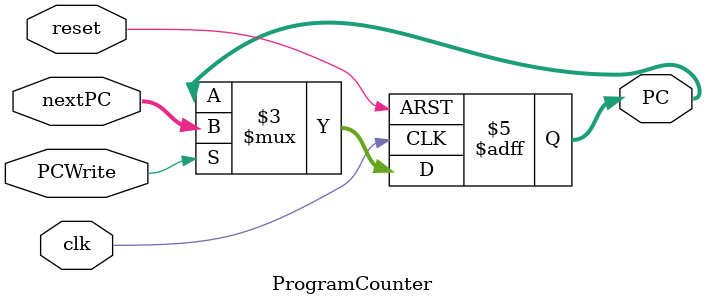
<source format=v>
module ProgramCounter (
    input  wire        clk,
    input  wire        reset,
    input  wire        PCWrite,
    input  wire [31:0] nextPC,
    output reg  [31:0] PC
);

always @(posedge clk or posedge reset) begin
    if (reset)
        PC <= 32'b0;
    else if (PCWrite)
        PC <= nextPC;
    else
        PC <= PC;   // Hold PC when stalled
end

endmodule

</source>
